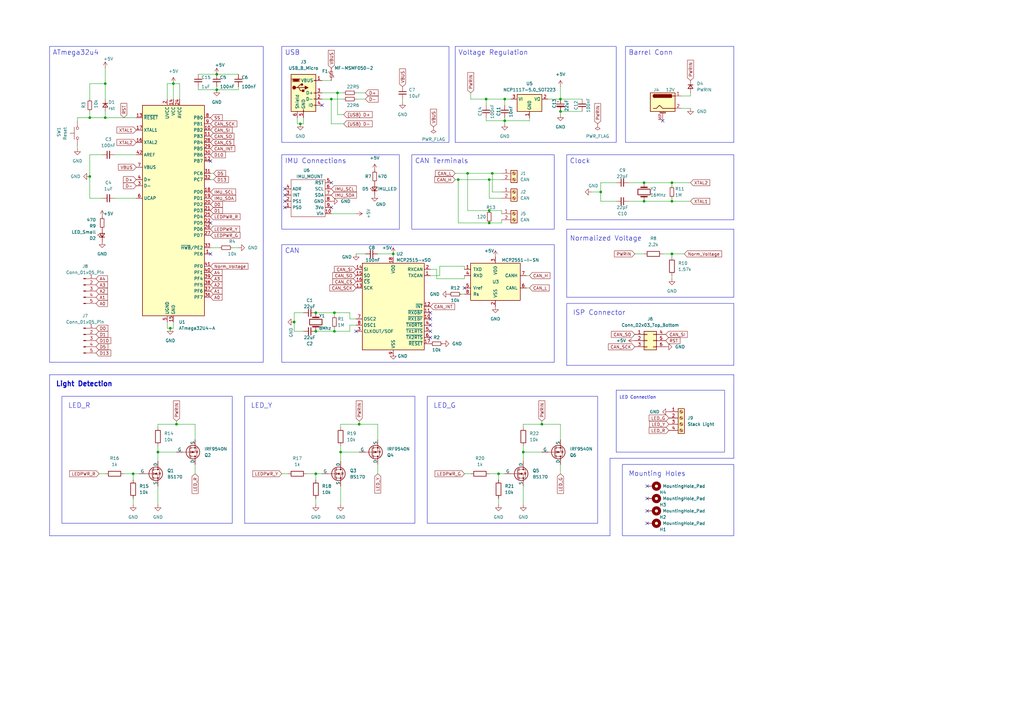
<source format=kicad_sch>
(kicad_sch (version 20230121) (generator eeschema)
  (paper "A3")
  (junction (at 137.16 128.27))
  (junction (at 207.01 49.53))
  (junction (at 191.77 71.12))
  (junction (at 72.39 173.99))
  (junction (at 222.25 173.99))
  (junction (at 199.39 40.64))
  (junction (at 64.77 185.42))
  (junction (at 129.54 135.89))
  (junction (at 36.83 72.39))
  (junction (at 129.54 194.31))
  (junction (at 138.43 38.1))
  (junction (at 200.66 73.66))
  (junction (at 264.16 82.55))
  (junction (at 229.87 45.72))
  (junction (at 161.29 104.14))
  (junction (at 207.01 40.64))
  (junction (at 201.93 71.12))
  (junction (at 264.16 74.93))
  (junction (at 54.61 194.31))
  (junction (at 43.18 34.29))
  (junction (at 229.87 40.64))
  (junction (at 275.59 82.55))
  (junction (at 36.83 48.26))
  (junction (at 120.65 132.08))
  (junction (at 204.47 194.31))
  (junction (at 137.16 135.89))
  (junction (at 88.9 36.83))
  (junction (at 214.63 185.42))
  (junction (at 200.66 86.36))
  (junction (at 88.9 30.48))
  (junction (at 139.7 185.42))
  (junction (at 187.96 73.66))
  (junction (at 69.85 134.62))
  (junction (at 275.59 104.14))
  (junction (at 275.59 74.93))
  (junction (at 129.54 128.27))
  (junction (at 135.89 40.64))
  (junction (at 71.12 34.29))
  (junction (at 200.66 91.44))
  (junction (at 147.32 173.99))
  (junction (at 246.38 78.74))
  (junction (at 43.18 48.26))
  (junction (at 123.19 50.8))
  (no_connect (at 135.89 85.09))
  (no_connect (at 265.43 204.47))
  (no_connect (at 265.43 214.63))
  (no_connect (at 116.84 82.55))
  (no_connect (at 146.05 135.89))
  (no_connect (at 265.43 199.39))
  (no_connect (at 132.08 43.18))
  (no_connect (at 176.53 138.43))
  (no_connect (at 116.84 77.47))
  (no_connect (at 116.84 85.09))
  (no_connect (at 86.36 91.44))
  (no_connect (at 176.53 135.89))
  (no_connect (at 271.78 49.53))
  (no_connect (at 86.36 104.14))
  (no_connect (at 176.53 130.81))
  (no_connect (at 176.53 128.27))
  (no_connect (at 86.36 66.04))
  (no_connect (at 176.53 133.35))
  (no_connect (at 190.5 118.11))
  (no_connect (at 265.43 209.55))
  (no_connect (at 135.89 74.93))
  (no_connect (at 116.84 80.01))
  (wire (pts (xy 271.78 104.14) (xy 275.59 104.14)))
  (wire (pts (xy 125.73 194.31) (xy 129.54 194.31)))
  (wire (pts (xy 64.77 185.42) (xy 64.77 189.23)))
  (wire (pts (xy 207.01 49.53) (xy 207.01 50.8)))
  (wire (pts (xy 224.79 40.64) (xy 229.87 40.64)))
  (wire (pts (xy 193.04 38.1) (xy 193.04 40.64)))
  (wire (pts (xy 200.66 91.44) (xy 205.74 91.44)))
  (wire (pts (xy 87.63 73.66) (xy 86.36 73.66)))
  (wire (pts (xy 199.39 40.64) (xy 199.39 43.18)))
  (wire (pts (xy 132.08 33.02) (xy 135.89 33.02)))
  (wire (pts (xy 143.51 130.81) (xy 146.05 130.81)))
  (wire (pts (xy 43.18 27.94) (xy 43.18 34.29)))
  (polyline (pts (xy 250.19 187.96) (xy 250.19 219.71)))
  (wire (pts (xy 207.01 40.64) (xy 207.01 43.18)))
  (wire (pts (xy 71.12 134.62) (xy 69.85 134.62)))
  (wire (pts (xy 132.08 40.64) (xy 135.89 40.64)))
  (wire (pts (xy 242.57 78.74) (xy 246.38 78.74)))
  (wire (pts (xy 73.66 40.64) (xy 73.66 34.29)))
  (wire (pts (xy 31.75 49.53) (xy 31.75 48.26)))
  (wire (pts (xy 205.74 91.44) (xy 205.74 90.17)))
  (wire (pts (xy 50.8 194.31) (xy 54.61 194.31)))
  (wire (pts (xy 137.16 128.27) (xy 137.16 129.54)))
  (wire (pts (xy 139.7 199.39) (xy 139.7 207.01)))
  (wire (pts (xy 120.65 135.89) (xy 124.46 135.89)))
  (wire (pts (xy 143.51 135.89) (xy 143.51 133.35)))
  (wire (pts (xy 246.38 74.93) (xy 252.73 74.93)))
  (polyline (pts (xy 300.99 153.67) (xy 300.99 187.96)))
  (wire (pts (xy 215.9 113.03) (xy 217.17 113.03)))
  (wire (pts (xy 190.5 109.22) (xy 190.5 110.49)))
  (wire (pts (xy 138.43 38.1) (xy 140.97 38.1)))
  (polyline (pts (xy 20.32 153.67) (xy 300.99 153.67)))
  (wire (pts (xy 115.57 194.31) (xy 118.11 194.31)))
  (wire (pts (xy 283.21 39.37) (xy 283.21 38.1)))
  (wire (pts (xy 81.28 36.83) (xy 88.9 36.83)))
  (wire (pts (xy 205.74 86.36) (xy 205.74 87.63)))
  (wire (pts (xy 229.87 40.64) (xy 238.76 40.64)))
  (wire (pts (xy 279.4 39.37) (xy 283.21 39.37)))
  (wire (pts (xy 95.25 101.6) (xy 97.79 101.6)))
  (wire (pts (xy 68.58 134.62) (xy 69.85 134.62)))
  (wire (pts (xy 138.43 38.1) (xy 138.43 46.99)))
  (wire (pts (xy 201.93 71.12) (xy 201.93 78.74)))
  (wire (pts (xy 72.39 173.99) (xy 80.01 173.99)))
  (wire (pts (xy 54.61 194.31) (xy 54.61 196.85)))
  (wire (pts (xy 36.83 81.28) (xy 41.91 81.28)))
  (wire (pts (xy 68.58 40.64) (xy 68.58 34.29)))
  (wire (pts (xy 129.54 194.31) (xy 129.54 196.85)))
  (wire (pts (xy 246.38 78.74) (xy 246.38 82.55)))
  (wire (pts (xy 68.58 34.29) (xy 71.12 34.29)))
  (wire (pts (xy 161.29 144.78) (xy 161.29 146.05)))
  (wire (pts (xy 200.66 86.36) (xy 205.74 86.36)))
  (wire (pts (xy 143.51 133.35) (xy 146.05 133.35)))
  (wire (pts (xy 275.59 81.28) (xy 275.59 82.55)))
  (wire (pts (xy 124.46 48.26) (xy 124.46 50.8)))
  (wire (pts (xy 200.66 81.28) (xy 205.74 81.28)))
  (wire (pts (xy 275.59 113.03) (xy 275.59 114.3)))
  (wire (pts (xy 154.94 173.99) (xy 154.94 180.34)))
  (wire (pts (xy 135.89 87.63) (xy 146.05 87.63)))
  (wire (pts (xy 43.18 34.29) (xy 43.18 40.64)))
  (wire (pts (xy 147.32 173.99) (xy 147.32 172.72)))
  (wire (pts (xy 36.83 34.29) (xy 43.18 34.29)))
  (wire (pts (xy 229.87 45.72) (xy 238.76 45.72)))
  (wire (pts (xy 207.01 40.64) (xy 209.55 40.64)))
  (wire (pts (xy 154.94 190.5) (xy 154.94 194.31)))
  (wire (pts (xy 214.63 185.42) (xy 214.63 189.23)))
  (wire (pts (xy 161.29 104.14) (xy 161.29 105.41)))
  (wire (pts (xy 64.77 199.39) (xy 64.77 207.01)))
  (wire (pts (xy 68.58 132.08) (xy 68.58 134.62)))
  (wire (pts (xy 64.77 173.99) (xy 72.39 173.99)))
  (wire (pts (xy 146.05 38.1) (xy 149.86 38.1)))
  (wire (pts (xy 257.81 74.93) (xy 264.16 74.93)))
  (wire (pts (xy 71.12 34.29) (xy 71.12 40.64)))
  (wire (pts (xy 137.16 128.27) (xy 143.51 128.27)))
  (wire (pts (xy 139.7 185.42) (xy 139.7 182.88)))
  (wire (pts (xy 146.05 40.64) (xy 149.86 40.64)))
  (wire (pts (xy 193.04 40.64) (xy 199.39 40.64)))
  (wire (pts (xy 132.08 38.1) (xy 138.43 38.1)))
  (wire (pts (xy 154.94 104.14) (xy 161.29 104.14)))
  (wire (pts (xy 80.01 173.99) (xy 80.01 180.34)))
  (wire (pts (xy 129.54 135.89) (xy 137.16 135.89)))
  (polyline (pts (xy 300.99 187.96) (xy 250.19 187.96)))
  (wire (pts (xy 214.63 185.42) (xy 222.25 185.42)))
  (wire (pts (xy 120.65 128.27) (xy 124.46 128.27)))
  (wire (pts (xy 88.9 35.56) (xy 88.9 36.83)))
  (wire (pts (xy 180.34 109.22) (xy 180.34 113.03)))
  (wire (pts (xy 180.34 109.22) (xy 190.5 109.22)))
  (wire (pts (xy 165.1 41.91) (xy 165.1 40.64)))
  (wire (pts (xy 71.12 132.08) (xy 71.12 134.62)))
  (wire (pts (xy 279.4 44.45) (xy 283.21 44.45)))
  (wire (pts (xy 87.63 71.12) (xy 86.36 71.12)))
  (wire (pts (xy 199.39 48.26) (xy 199.39 49.53)))
  (wire (pts (xy 217.17 49.53) (xy 207.01 49.53)))
  (wire (pts (xy 88.9 36.83) (xy 97.79 36.83)))
  (wire (pts (xy 135.89 40.64) (xy 135.89 50.8)))
  (wire (pts (xy 81.28 36.83) (xy 81.28 35.56)))
  (wire (pts (xy 129.54 204.47) (xy 129.54 207.01)))
  (wire (pts (xy 257.81 82.55) (xy 264.16 82.55)))
  (wire (pts (xy 43.18 48.26) (xy 55.88 48.26)))
  (wire (pts (xy 137.16 134.62) (xy 137.16 135.89)))
  (wire (pts (xy 190.5 194.31) (xy 193.04 194.31)))
  (wire (pts (xy 179.07 114.3) (xy 190.5 114.3)))
  (wire (pts (xy 190.5 120.65) (xy 189.23 120.65)))
  (wire (pts (xy 222.25 173.99) (xy 222.25 172.72)))
  (wire (pts (xy 204.47 194.31) (xy 204.47 196.85)))
  (wire (pts (xy 143.51 128.27) (xy 143.51 130.81)))
  (wire (pts (xy 204.47 204.47) (xy 204.47 207.01)))
  (wire (pts (xy 214.63 185.42) (xy 214.63 182.88)))
  (wire (pts (xy 41.91 63.5) (xy 36.83 63.5)))
  (wire (pts (xy 229.87 45.72) (xy 229.87 46.99)))
  (wire (pts (xy 199.39 49.53) (xy 207.01 49.53)))
  (wire (pts (xy 200.66 91.44) (xy 187.96 91.44)))
  (wire (pts (xy 121.92 50.8) (xy 123.19 50.8)))
  (wire (pts (xy 264.16 82.55) (xy 275.59 82.55)))
  (wire (pts (xy 229.87 35.56) (xy 229.87 40.64)))
  (wire (pts (xy 86.36 101.6) (xy 90.17 101.6)))
  (wire (pts (xy 186.69 73.66) (xy 187.96 73.66)))
  (wire (pts (xy 46.99 81.28) (xy 55.88 81.28)))
  (wire (pts (xy 229.87 173.99) (xy 229.87 180.34)))
  (wire (pts (xy 64.77 185.42) (xy 72.39 185.42)))
  (wire (pts (xy 147.32 173.99) (xy 154.94 173.99)))
  (wire (pts (xy 199.39 40.64) (xy 207.01 40.64)))
  (wire (pts (xy 123.19 50.8) (xy 124.46 50.8)))
  (wire (pts (xy 36.83 63.5) (xy 36.83 72.39)))
  (polyline (pts (xy 20.32 219.71) (xy 20.32 153.67)))
  (wire (pts (xy 73.66 34.29) (xy 71.12 34.29)))
  (wire (pts (xy 36.83 45.72) (xy 36.83 48.26)))
  (wire (pts (xy 138.43 46.99) (xy 140.97 46.99)))
  (wire (pts (xy 36.83 72.39) (xy 36.83 81.28)))
  (wire (pts (xy 120.65 132.08) (xy 120.65 128.27)))
  (wire (pts (xy 229.87 190.5) (xy 229.87 194.31)))
  (wire (pts (xy 55.88 63.5) (xy 46.99 63.5)))
  (wire (pts (xy 264.16 74.93) (xy 275.59 74.93)))
  (wire (pts (xy 36.83 40.64) (xy 36.83 34.29)))
  (wire (pts (xy 215.9 118.11) (xy 217.17 118.11)))
  (wire (pts (xy 204.47 194.31) (xy 207.01 194.31)))
  (wire (pts (xy 121.92 48.26) (xy 121.92 50.8)))
  (wire (pts (xy 176.53 110.49) (xy 179.07 110.49)))
  (wire (pts (xy 54.61 204.47) (xy 54.61 207.01)))
  (wire (pts (xy 222.25 173.99) (xy 229.87 173.99)))
  (wire (pts (xy 217.17 48.26) (xy 217.17 49.53)))
  (wire (pts (xy 36.83 48.26) (xy 43.18 48.26)))
  (wire (pts (xy 146.05 104.14) (xy 149.86 104.14)))
  (wire (pts (xy 139.7 185.42) (xy 147.32 185.42)))
  (wire (pts (xy 200.66 73.66) (xy 200.66 81.28)))
  (wire (pts (xy 214.63 173.99) (xy 214.63 175.26)))
  (wire (pts (xy 81.28 30.48) (xy 88.9 30.48)))
  (wire (pts (xy 135.89 40.64) (xy 140.97 40.64)))
  (wire (pts (xy 275.59 82.55) (xy 283.21 82.55)))
  (wire (pts (xy 129.54 128.27) (xy 137.16 128.27)))
  (wire (pts (xy 135.89 50.8) (xy 140.97 50.8)))
  (wire (pts (xy 275.59 104.14) (xy 280.67 104.14)))
  (wire (pts (xy 31.75 48.26) (xy 36.83 48.26)))
  (wire (pts (xy 120.65 132.08) (xy 120.65 135.89)))
  (polyline (pts (xy 250.19 219.71) (xy 20.32 219.71)))
  (wire (pts (xy 275.59 74.93) (xy 275.59 76.2)))
  (wire (pts (xy 64.77 173.99) (xy 64.77 175.26)))
  (wire (pts (xy 88.9 30.48) (xy 97.79 30.48)))
  (wire (pts (xy 214.63 173.99) (xy 222.25 173.99)))
  (wire (pts (xy 201.93 78.74) (xy 205.74 78.74)))
  (wire (pts (xy 187.96 73.66) (xy 200.66 73.66)))
  (wire (pts (xy 187.96 91.44) (xy 187.96 73.66)))
  (wire (pts (xy 64.77 185.42) (xy 64.77 182.88)))
  (wire (pts (xy 40.64 194.31) (xy 43.18 194.31)))
  (wire (pts (xy 54.61 194.31) (xy 57.15 194.31)))
  (wire (pts (xy 200.66 73.66) (xy 205.74 73.66)))
  (wire (pts (xy 72.39 173.99) (xy 72.39 172.72)))
  (wire (pts (xy 139.7 173.99) (xy 139.7 175.26)))
  (wire (pts (xy 179.07 110.49) (xy 179.07 114.3)))
  (wire (pts (xy 186.69 71.12) (xy 191.77 71.12)))
  (wire (pts (xy 129.54 194.31) (xy 132.08 194.31)))
  (wire (pts (xy 275.59 74.93) (xy 283.21 74.93)))
  (wire (pts (xy 246.38 82.55) (xy 252.73 82.55)))
  (wire (pts (xy 97.79 36.83) (xy 97.79 35.56)))
  (wire (pts (xy 201.93 71.12) (xy 205.74 71.12)))
  (wire (pts (xy 191.77 86.36) (xy 191.77 71.12)))
  (wire (pts (xy 275.59 105.41) (xy 275.59 104.14)))
  (wire (pts (xy 260.35 104.14) (xy 264.16 104.14)))
  (wire (pts (xy 43.18 45.72) (xy 43.18 48.26)))
  (wire (pts (xy 200.66 194.31) (xy 204.47 194.31)))
  (wire (pts (xy 139.7 173.99) (xy 147.32 173.99)))
  (wire (pts (xy 139.7 185.42) (xy 139.7 189.23)))
  (wire (pts (xy 80.01 190.5) (xy 80.01 194.31)))
  (wire (pts (xy 31.75 59.69) (xy 31.75 60.96)))
  (wire (pts (xy 214.63 199.39) (xy 214.63 207.01)))
  (wire (pts (xy 200.66 86.36) (xy 191.77 86.36)))
  (wire (pts (xy 137.16 135.89) (xy 143.51 135.89)))
  (wire (pts (xy 190.5 114.3) (xy 190.5 113.03)))
  (wire (pts (xy 176.53 113.03) (xy 180.34 113.03)))
  (wire (pts (xy 246.38 78.74) (xy 246.38 74.93)))
  (wire (pts (xy 191.77 71.12) (xy 201.93 71.12)))
  (wire (pts (xy 207.01 48.26) (xy 207.01 49.53)))
  (rectangle (start 168.91 63.5) (end 227.33 93.98))
  (rectangle (start 256.54 19.05) (end 300.99 58.42))
  (rectangle (start 232.41 63.5) (end 300.99 90.17))
  (rectangle (start 232.41 124.46) (end 300.99 149.86))
  (rectangle (start 20.32 19.05) (end 107.95 148.59))
  (rectangle (start 100.33 162.56) (end 170.18 214.63))
  (rectangle (start 175.26 162.56) (end 245.11 214.63))
  (rectangle (start 255.27 190.5) (end 300.99 219.71))
  (rectangle (start 115.57 100.33) (end 227.33 148.59))
  (rectangle (start 115.57 19.05) (end 184.15 58.42))
  (rectangle (start 232.41 93.98) (end 300.99 121.92))
  (rectangle (start 25.4 162.56) (end 95.25 214.63))
  (rectangle (start 115.57 63.5) (end 163.83 93.98))
  (rectangle (start 252.73 160.02) (end 297.18 185.42))
  (rectangle (start 186.69 19.05) (end 252.73 58.42))
  (text "Mounting Holes" (at 257.81 195.58 0) (effects (font (size 2 2)) (justify left bottom)))
  (text "Voltage Regulation" (at 187.96 22.86 0) (effects (font (size 2 2)) (justify left bottom)))
  (text "CAN" (at 116.84 104.14 0) (effects (font (size 2 2)) (justify left bottom)))
  (text "CAN Terminals" (at 170.18 67.31 0) (effects (font (size 2 2)) (justify left bottom)))
  (text "USB\n" (at 116.84 22.86 0) (effects (font (size 2 2)) (justify left bottom)))
  (text "Light Detection " (at 22.86 158.75 0) (effects (font (size 2 2) (thickness 0.4) bold) (justify left bottom)))
  (text "Barrel Conn\n" (at 257.81 22.86 0) (effects (font (size 2 2)) (justify left bottom)))
  (text "LED_R" (at 27.94 167.64 0) (effects (font (size 2 2)) (justify left bottom)))
  (text "Normalized Voltage" (at 233.68 99.06 0) (effects (font (size 2 2)) (justify left bottom)))
  (text "ISP Connector\n" (at 234.95 129.54 0) (effects (font (size 2 2)) (justify left bottom)))
  (text "IMU Connections\n" (at 116.84 67.31 0) (effects (font (size 2 2)) (justify left bottom)))
  (text "Clock\n" (at 233.68 67.31 0) (effects (font (size 2 2)) (justify left bottom)))
  (text "LED Connection" (at 254 163.83 0) (effects (font (size 1.27 1.27)) (justify left bottom)))
  (text "LED_G" (at 177.8 167.64 0) (effects (font (size 2 2)) (justify left bottom)))
  (text "LED_Y" (at 102.87 167.64 0) (effects (font (size 2 2)) (justify left bottom)))
  (text "ATmega32u4\n" (at 21.59 22.86 0) (effects (font (size 2 2)) (justify left bottom)))
  (global_label "D+" (shape input) (at 55.88 73.66 180) (property "Intersheetrefs" "${INTERSHEET_REFS}" (at 50.0524 73.66 0) (effects (justify right))))
  (global_label "A1" (shape input) (at 86.36 119.38 0) (property "Intersheetrefs" "${INTERSHEET_REFS}" (at 91.6433 119.38 0) (effects (justify left))))
  (global_label "CAN_SO" (shape input) (at 146.05 113.03 180) (property "Intersheetrefs" "${INTERSHEET_REFS}" (at 135.8681 113.03 0) (effects (justify right))))
  (global_label "LED_Y" (shape input) (at 154.94 194.31 270) (property "Intersheetrefs" "${INTERSHEET_REFS}" (at 154.94 202.7985 90) (effects (justify right))))
  (global_label "LED_G" (shape input) (at 274.32 171.45 180) (property "Intersheetrefs" "${INTERSHEET_REFS}" (at 265.6501 171.45 0) (effects (justify right))))
  (global_label "PWRIN" (shape input) (at 222.25 172.72 90) (property "Intersheetrefs" "${INTERSHEET_REFS}" (at 222.25 163.8081 90) (effects (justify left))))
  (global_label "CAN_SI" (shape input) (at 86.36 53.34 0) (property "Intersheetrefs" "${INTERSHEET_REFS}" (at 95.8162 53.34 0) (effects (justify left))))
  (global_label "A2" (shape input) (at 86.36 116.84 0) (property "Intersheetrefs" "${INTERSHEET_REFS}" (at 91.6433 116.84 0) (effects (justify left))))
  (global_label "PWRIN" (shape input) (at 147.32 172.72 90) (property "Intersheetrefs" "${INTERSHEET_REFS}" (at 147.32 163.8081 90) (effects (justify left))))
  (global_label "LED_G" (shape input) (at 229.87 194.31 270) (property "Intersheetrefs" "${INTERSHEET_REFS}" (at 229.87 202.9799 90) (effects (justify right))))
  (global_label "IMU_SCL" (shape input) (at 135.89 77.47 0) (property "Intersheetrefs" "${INTERSHEET_REFS}" (at 146.7371 77.47 0) (effects (justify left))))
  (global_label "CAN_SO" (shape input) (at 86.36 55.88 0) (property "Intersheetrefs" "${INTERSHEET_REFS}" (at 96.5419 55.88 0) (effects (justify left))))
  (global_label "D10" (shape input) (at 39.37 139.7 0) (property "Intersheetrefs" "${INTERSHEET_REFS}" (at 46.0442 139.7 0) (effects (justify left))))
  (global_label "(USB) D+" (shape input) (at 140.97 46.99 0) (property "Intersheetrefs" "${INTERSHEET_REFS}" (at 153.2686 46.99 0) (effects (justify left))))
  (global_label "A1" (shape input) (at 39.37 121.92 0) (property "Intersheetrefs" "${INTERSHEET_REFS}" (at 44.6533 121.92 0) (effects (justify left))))
  (global_label "IMU_SDA" (shape input) (at 86.36 81.28 0) (property "Intersheetrefs" "${INTERSHEET_REFS}" (at 97.2676 81.28 0) (effects (justify left))))
  (global_label "CAN_INT" (shape input) (at 86.36 60.96 0) (property "Intersheetrefs" "${INTERSHEET_REFS}" (at 96.9048 60.96 0) (effects (justify left))))
  (global_label "SS" (shape input) (at 86.36 48.26 0) (property "Intersheetrefs" "${INTERSHEET_REFS}" (at 91.7642 48.26 0) (effects (justify left))))
  (global_label "A0" (shape input) (at 86.36 121.92 0) (property "Intersheetrefs" "${INTERSHEET_REFS}" (at 91.6433 121.92 0) (effects (justify left))))
  (global_label "LEDPWR_G" (shape input) (at 86.36 96.52 0) (property "Intersheetrefs" "${INTERSHEET_REFS}" (at 99.0213 96.52 0) (effects (justify left))))
  (global_label "LED_R" (shape input) (at 80.01 194.31 270) (property "Intersheetrefs" "${INTERSHEET_REFS}" (at 80.01 202.9799 90) (effects (justify right))))
  (global_label "LEDPWR_Y" (shape input) (at 115.57 194.31 180) (property "Intersheetrefs" "${INTERSHEET_REFS}" (at 103.0901 194.31 0) (effects (justify right))))
  (global_label "D0" (shape input) (at 86.36 83.82 0) (property "Intersheetrefs" "${INTERSHEET_REFS}" (at 91.8247 83.82 0) (effects (justify left))))
  (global_label "VBUS" (shape input) (at 165.1 35.56 90) (property "Intersheetrefs" "${INTERSHEET_REFS}" (at 165.1 27.6762 90) (effects (justify left))))
  (global_label "D13" (shape input) (at 39.37 144.78 0) (property "Intersheetrefs" "${INTERSHEET_REFS}" (at 46.0442 144.78 0) (effects (justify left))))
  (global_label "D1" (shape input) (at 39.37 137.16 0) (property "Intersheetrefs" "${INTERSHEET_REFS}" (at 44.8347 137.16 0) (effects (justify left))))
  (global_label "CAN_SCK" (shape input) (at 146.05 118.11 180) (property "Intersheetrefs" "${INTERSHEET_REFS}" (at 134.6586 118.11 0) (effects (justify right))))
  (global_label "D10" (shape input) (at 86.36 63.5 0) (property "Intersheetrefs" "${INTERSHEET_REFS}" (at 93.0342 63.5 0) (effects (justify left))))
  (global_label "D5" (shape input) (at 87.63 71.12 0) (property "Intersheetrefs" "${INTERSHEET_REFS}" (at 93.0947 71.12 0) (effects (justify left))))
  (global_label "IMU_SCL" (shape input) (at 86.36 78.74 0) (property "Intersheetrefs" "${INTERSHEET_REFS}" (at 97.2071 78.74 0) (effects (justify left))))
  (global_label "D13" (shape input) (at 87.63 73.66 0) (property "Intersheetrefs" "${INTERSHEET_REFS}" (at 94.3042 73.66 0) (effects (justify left))))
  (global_label "A3" (shape input) (at 86.36 114.3 0) (property "Intersheetrefs" "${INTERSHEET_REFS}" (at 91.6433 114.3 0) (effects (justify left))))
  (global_label "D-" (shape input) (at 55.88 76.2 180) (property "Intersheetrefs" "${INTERSHEET_REFS}" (at 50.0524 76.2 0) (effects (justify right))))
  (global_label "CAN_SCK" (shape input) (at 260.35 142.24 180) (property "Intersheetrefs" "${INTERSHEET_REFS}" (at 248.9586 142.24 0) (effects (justify right))))
  (global_label "Norm_Voltage" (shape input) (at 280.67 104.14 0) (property "Intersheetrefs" "${INTERSHEET_REFS}" (at 296.5969 104.14 0) (effects (justify left))))
  (global_label "XTAL2" (shape input) (at 283.21 74.93 0) (property "Intersheetrefs" "${INTERSHEET_REFS}" (at 291.6985 74.93 0) (effects (justify left))))
  (global_label "VBUS" (shape input) (at 177.8 52.07 90) (property "Intersheetrefs" "${INTERSHEET_REFS}" (at 177.8 44.1862 90) (effects (justify left))))
  (global_label "XTAL1" (shape input) (at 55.88 53.34 180) (property "Intersheetrefs" "${INTERSHEET_REFS}" (at 47.3915 53.34 0) (effects (justify right))))
  (global_label "RST" (shape input) (at 50.8 48.26 90) (property "Intersheetrefs" "${INTERSHEET_REFS}" (at 50.8 41.8277 90) (effects (justify left))))
  (global_label "PWRIN" (shape input) (at 283.21 33.02 90) (property "Intersheetrefs" "${INTERSHEET_REFS}" (at 283.21 24.1081 90) (effects (justify left))))
  (global_label "CAN_CS" (shape input) (at 146.05 115.57 180) (property "Intersheetrefs" "${INTERSHEET_REFS}" (at 135.9286 115.57 0) (effects (justify right))))
  (global_label "CAN_INT" (shape input) (at 176.53 125.73 0) (property "Intersheetrefs" "${INTERSHEET_REFS}" (at 187.0748 125.73 0) (effects (justify left))))
  (global_label "A0" (shape input) (at 39.37 124.46 0) (property "Intersheetrefs" "${INTERSHEET_REFS}" (at 44.6533 124.46 0) (effects (justify left))))
  (global_label "A3" (shape input) (at 39.37 116.84 0) (property "Intersheetrefs" "${INTERSHEET_REFS}" (at 44.6533 116.84 0) (effects (justify left))))
  (global_label "LEDPWR_Y" (shape input) (at 86.36 93.98 0) (property "Intersheetrefs" "${INTERSHEET_REFS}" (at 98.8399 93.98 0) (effects (justify left))))
  (global_label "LEDPWR_R" (shape input) (at 86.36 88.9 0) (property "Intersheetrefs" "${INTERSHEET_REFS}" (at 99.0213 88.9 0) (effects (justify left))))
  (global_label "CAN_SO" (shape input) (at 260.35 137.16 180) (property "Intersheetrefs" "${INTERSHEET_REFS}" (at 250.1681 137.16 0) (effects (justify right))))
  (global_label "LED_Y" (shape input) (at 274.32 173.99 180) (property "Intersheetrefs" "${INTERSHEET_REFS}" (at 265.8315 173.99 0) (effects (justify right))))
  (global_label "CAN_H" (shape input) (at 186.69 73.66 180) (property "Intersheetrefs" "${INTERSHEET_REFS}" (at 177.7176 73.66 0) (effects (justify right))))
  (global_label "D+" (shape input) (at 149.86 38.1 0) (property "Intersheetrefs" "${INTERSHEET_REFS}" (at 155.6876 38.1 0) (effects (justify left))))
  (global_label "CAN_L" (shape input) (at 217.17 118.11 0) (property "Intersheetrefs" "${INTERSHEET_REFS}" (at 225.84 118.11 0) (effects (justify left))))
  (global_label "PWRIN" (shape input) (at 72.39 172.72 90) (property "Intersheetrefs" "${INTERSHEET_REFS}" (at 72.39 163.8081 90) (effects (justify left))))
  (global_label "CAN_SI" (shape input) (at 146.05 110.49 180) (property "Intersheetrefs" "${INTERSHEET_REFS}" (at 136.5938 110.49 0) (effects (justify right))))
  (global_label "A4" (shape input) (at 86.36 111.76 0) (property "Intersheetrefs" "${INTERSHEET_REFS}" (at 91.6433 111.76 0) (effects (justify left))))
  (global_label "PWRIN" (shape input) (at 193.04 38.1 90) (property "Intersheetrefs" "${INTERSHEET_REFS}" (at 193.04 29.1881 90) (effects (justify left))))
  (global_label "LED_R" (shape input) (at 274.32 176.53 180) (property "Intersheetrefs" "${INTERSHEET_REFS}" (at 265.6501 176.53 0) (effects (justify right))))
  (global_label "CAN_CS" (shape input) (at 86.36 58.42 0) (property "Intersheetrefs" "${INTERSHEET_REFS}" (at 96.4814 58.42 0) (effects (justify left))))
  (global_label "A4" (shape input) (at 39.37 114.3 0) (property "Intersheetrefs" "${INTERSHEET_REFS}" (at 44.6533 114.3 0) (effects (justify left))))
  (global_label "XTAL2" (shape input) (at 55.88 58.42 180) (property "Intersheetrefs" "${INTERSHEET_REFS}" (at 47.3915 58.42 0) (effects (justify right))))
  (global_label "Norm_Voltage" (shape input) (at 86.36 109.22 0) (property "Intersheetrefs" "${INTERSHEET_REFS}" (at 102.2869 109.22 0) (effects (justify left))))
  (global_label "A2" (shape input) (at 39.37 119.38 0) (property "Intersheetrefs" "${INTERSHEET_REFS}" (at 44.6533 119.38 0) (effects (justify left))))
  (global_label "CAN_L" (shape input) (at 186.69 71.12 180) (property "Intersheetrefs" "${INTERSHEET_REFS}" (at 178.02 71.12 0) (effects (justify right))))
  (global_label "D5" (shape input) (at 39.37 142.24 0) (property "Intersheetrefs" "${INTERSHEET_REFS}" (at 44.8347 142.24 0) (effects (justify left))))
  (global_label "XTAL1" (shape input) (at 283.21 82.55 0) (property "Intersheetrefs" "${INTERSHEET_REFS}" (at 291.6985 82.55 0) (effects (justify left))))
  (global_label "PWRIN" (shape input) (at 260.35 104.14 180) (property "Intersheetrefs" "${INTERSHEET_REFS}" (at 251.4381 104.14 0) (effects (justify right))))
  (global_label "IMU_SDA" (shape input) (at 135.89 80.01 0) (property "Intersheetrefs" "${INTERSHEET_REFS}" (at 146.7976 80.01 0) (effects (justify left))))
  (global_label "LEDPWR_G" (shape input) (at 190.5 194.31 180) (property "Intersheetrefs" "${INTERSHEET_REFS}" (at 177.8387 194.31 0) (effects (justify right))))
  (global_label "RST" (shape input) (at 273.05 139.7 0) (property "Intersheetrefs" "${INTERSHEET_REFS}" (at 279.4823 139.7 0) (effects (justify left))))
  (global_label "CAN_SI" (shape input) (at 273.05 137.16 0) (property "Intersheetrefs" "${INTERSHEET_REFS}" (at 282.5062 137.16 0) (effects (justify left))))
  (global_label "CAN_SCK" (shape input) (at 86.36 50.8 0) (property "Intersheetrefs" "${INTERSHEET_REFS}" (at 97.7514 50.8 0) (effects (justify left))))
  (global_label "(USB) D-" (shape input) (at 140.97 50.8 0) (property "Intersheetrefs" "${INTERSHEET_REFS}" (at 153.2686 50.8 0) (effects (justify left))))
  (global_label "VBUS" (shape input) (at 55.88 68.58 180) (property "Intersheetrefs" "${INTERSHEET_REFS}" (at 47.9962 68.58 0) (effects (justify right))))
  (global_label "VBUS" (shape input) (at 135.89 27.94 90) (property "Intersheetrefs" "${INTERSHEET_REFS}" (at 135.89 20.0562 90) (effects (justify left))))
  (global_label "CAN_H" (shape input) (at 217.17 113.03 0) (property "Intersheetrefs" "${INTERSHEET_REFS}" (at 226.1424 113.03 0) (effects (justify left))))
  (global_label "LEDPWR_R" (shape input) (at 40.64 194.31 180) (property "Intersheetrefs" "${INTERSHEET_REFS}" (at 27.9787 194.31 0) (effects (justify right))))
  (global_label "D-" (shape input) (at 149.86 40.64 0) (property "Intersheetrefs" "${INTERSHEET_REFS}" (at 155.6876 40.64 0) (effects (justify left))))
  (global_label "D1" (shape input) (at 86.36 86.36 0) (property "Intersheetrefs" "${INTERSHEET_REFS}" (at 91.8247 86.36 0) (effects (justify left))))
  (global_label "D0" (shape input) (at 39.37 134.62 0) (property "Intersheetrefs" "${INTERSHEET_REFS}" (at 44.8347 134.62 0) (effects (justify left))))
  (global_label "PWRIN" (shape input) (at 245.11 50.8 90) (property "Intersheetrefs" "${INTERSHEET_REFS}" (at 245.11 41.8881 90) (effects (justify left))))
  (symbol (lib_id "power:GND") (at 36.83 72.39 270) (unit 1)
    (property "Reference" "#PWR010" (effects hide))
    (property "Value" "GND" (at 33.02 72.39 90) (effects (justify right)))
  )
  (symbol (lib_id "Connector:Conn_01x05_Pin") (at 34.29 119.38 0) (unit 1)
    (property "Reference" "J8" (at 34.925 109.22 0))
    (property "Value" "Conn_01x05_Pin" (at 34.925 111.76 0))
    (property "Footprint" "Connector_PinHeader_2.54mm:PinHeader_1x05_P2.54mm_Vertical" (effects hide))
  )
  (symbol (lib_id "Device:C_Small") (at 81.28 33.02 0) (unit 1)
    (property "Reference" "C15" (at 82.55 31.75 0) (effects (justify left)))
    (property "Value" "1uF" (at 82.55 35.56 0) (effects (justify left)))
    (property "Footprint" "Capacitor_SMD:C_0805_2012Metric_Pad1.18x1.45mm_HandSolder" (effects hide))
  )
  (symbol (lib_id "Mechanical:MountingHole_Pad") (at 267.97 199.39 270) (unit 1)
    (property "Reference" "H4" (at 270.51 201.93 90) (effects (justify left)))
    (property "Value" "MountingHole_Pad" (at 271.78 199.39 90) (effects (justify left)))
    (property "Footprint" "MountingHole:MountingHole_3.2mm_M3_DIN965_Pad" (effects hide))
  )
  (symbol (lib_id "power:+5V") (at 43.18 27.94 0) (unit 1)
    (property "Reference" "#PWR012" (effects hide))
    (property "Value" "+5V" (at 44.45 24.13 0))
  )
  (symbol (lib_id "Device:C_Small") (at 207.01 45.72 180) (unit 1)
    (property "Reference" "C11" (at 204.47 45.72 90))
    (property "Value" "10nF" (at 209.55 45.72 90))
    (property "Footprint" "Capacitor_SMD:C_0805_2012Metric_Pad1.18x1.45mm_HandSolder" (effects hide))
  )
  (symbol (lib_id "Device:R") (at 214.63 179.07 0) (unit 1)
    (property "Reference" "R22" (at 217.17 177.8 0) (effects (justify left)))
    (property "Value" "10k" (at 217.17 180.34 0) (effects (justify left)))
    (property "Footprint" "Resistor_SMD:R_0805_2012Metric_Pad1.20x1.40mm_HandSolder" (effects hide))
  )
  (symbol (lib_id "Simulation_SPICE:PMOS") (at 152.4 185.42 0) (mirror x) (unit 1)
    (property "Reference" "Q4" (at 158.75 186.69 0) (effects (justify left)))
    (property "Value" "IRF9540N" (at 158.75 184.15 0) (effects (justify left)))
    (property "Footprint" "Package_TO_SOT_THT:TO-220-3_Vertical" (effects hide))
    (property "Datasheet" "https://ngspice.sourceforge.io/docs/ngspice-manual.pdf" (effects hide))
    (property "Sim.Device" "PMOS" (effects hide))
    (property "Sim.Type" "VDMOS" (effects hide))
    (property "Sim.Pins" "1=D 2=G 3=S" (effects hide))
  )
  (symbol (lib_id "power:GND") (at 41.91 99.06 0) (unit 1)
    (property "Reference" "#PWR024" (effects hide))
    (property "Value" "GND" (at 41.91 104.14 0))
  )
  (symbol (lib_id "Simulation_SPICE:NMOS") (at 137.16 194.31 0) (unit 1)
    (property "Reference" "Q3" (at 143.51 193.04 0) (effects (justify left)))
    (property "Value" "BS170" (at 143.51 195.58 0) (effects (justify left)))
    (property "Footprint" "Package_TO_SOT_THT:TO-92_Inline" (effects hide))
    (property "Datasheet" "https://ngspice.sourceforge.io/docs/ngspice-manual.pdf" (effects hide))
    (property "Sim.Device" "NMOS" (effects hide))
    (property "Sim.Type" "VDMOS" (effects hide))
    (property "Sim.Pins" "1=D 2=G 3=S" (effects hide))
  )
  (symbol (lib_id "Device:C_Small") (at 127 128.27 90) (unit 1)
    (property "Reference" "C1" (at 127 123.19 90))
    (property "Value" "22uF" (at 127 125.73 90))
    (property "Footprint" "Capacitor_SMD:C_0805_2012Metric_Pad1.18x1.45mm_HandSolder" (effects hide))
  )
  (symbol (lib_id "Connector:Screw_Terminal_01x02") (at 210.82 87.63 0) (unit 1)
    (property "Reference" "J5" (at 213.36 87.63 0) (effects (justify left)))
    (property "Value" "CAN" (at 213.36 90.17 0) (effects (justify left)))
    (property "Footprint" "TerminalBlock_Phoenix:TerminalBlock_Phoenix_MKDS-1,5-2_1x02_P5.00mm_Horizontal" (effects hide))
  )
  (symbol (lib_id "Device:C_Small") (at 97.79 33.02 0) (unit 1)
    (property "Reference" "C6" (at 99.06 31.75 0) (effects (justify left)))
    (property "Value" "100nF" (at 99.06 35.56 0) (effects (justify left)))
    (property "Footprint" "Capacitor_SMD:C_0805_2012Metric_Pad1.18x1.45mm_HandSolder" (effects hide))
  )
  (symbol (lib_id "power:GND") (at 129.54 207.01 0) (unit 1)
    (property "Reference" "#PWR033" (effects hide))
    (property "Value" "GND" (at 129.54 212.09 0))
  )
  (symbol (lib_id "Device:C_Small") (at 127 135.89 270) (unit 1)
    (property "Reference" "C2" (at 127 140.97 90))
    (property "Value" "22uF" (at 127 138.43 90))
    (property "Footprint" "Capacitor_SMD:C_0805_2012Metric_Pad1.18x1.45mm_HandSolder" (effects hide))
  )
  (symbol (lib_id "power:GND") (at 181.61 140.97 90) (unit 1)
    (property "Reference" "#PWR04" (effects hide))
    (property "Value" "GND" (at 185.42 140.97 90) (effects (justify right)))
  )
  (symbol (lib_id "Device:Polyfuse_Small") (at 135.89 30.48 0) (unit 1)
    (property "Reference" "F1" (at 132.08 29.21 0) (effects (justify left)))
    (property "Value" "MF-MSMF050-2" (at 137.16 27.94 0) (effects (justify left)))
    (property "Footprint" "Fuse:Fuse_1812_4532Metric_Pad1.30x3.40mm_HandSolder" (effects hide))
  )
  (symbol (lib_id "Regulator_Linear:NCP1117-5.0_SOT223") (at 217.17 40.64 0) (unit 1)
    (property "Reference" "U5" (at 217.17 34.29 0))
    (property "Value" "NCP1117-5.0_SOT223" (at 217.17 36.83 0))
    (property "Footprint" "Package_TO_SOT_SMD:SOT-223-3_TabPin2" (effects hide))
    (property "Datasheet" "http://www.onsemi.com/pub_link/Collateral/NCP1117-D.PDF" (effects hide))
  )
  (symbol (lib_id "power:GND") (at 203.2 125.73 0) (unit 1)
    (property "Reference" "#PWR07" (effects hide))
    (property "Value" "GND" (at 203.2 130.81 0))
  )
  (symbol (lib_id "Device:D_Small") (at 283.21 35.56 270) (unit 1)
    (property "Reference" "D4" (at 285.75 34.29 90) (effects (justify left)))
    (property "Value" "PWRIN" (at 285.75 36.83 90) (effects (justify left)))
    (property "Footprint" "Diode_SMD:D_SOD-323" (effects hide))
    (property "Sim.Device" "D" (effects hide))
    (property "Sim.Pins" "1=K 2=A" (effects hide))
  )
  (symbol (lib_id "Device:Crystal") (at 129.54 132.08 90) (unit 1)
    (property "Reference" "Y1" (at 130.81 129.54 90) (effects (justify right)))
    (property "Value" "8Mhz" (at 130.81 134.62 90) (effects (justify right)))
    (property "Footprint" "Crystal:Crystal_HC49-4H_Vertical" (effects hide))
  )
  (symbol (lib_id "Device:C_Small") (at 44.45 81.28 90) (unit 1)
    (property "Reference" "C4" (at 44.4563 74.93 90))
    (property "Value" "1uF" (at 44.4563 77.47 90))
    (property "Footprint" "Capacitor_SMD:C_0805_2012Metric_Pad1.18x1.45mm_HandSolder" (effects hide))
  )
  (symbol (lib_id "power:GND") (at 123.19 50.8 0) (unit 1)
    (property "Reference" "#PWR015" (effects hide))
    (property "Value" "GND" (at 123.19 55.88 0))
  )
  (symbol (lib_id "Connector:Barrel_Jack_MountingPin") (at 271.78 41.91 0) (unit 1)
    (property "Reference" "J4" (at 267.97 36.83 0) (effects (justify left)))
    (property "Value" "12V" (at 273.05 36.83 0) (effects (justify left)))
    (property "Footprint" "Connector_BarrelJack:BarrelJack_Horizontal" (effects hide))
  )
  (symbol (lib_id "power:GND") (at 97.79 101.6 90) (unit 1)
    (property "Reference" "#PWR014" (effects hide))
    (property "Value" "GND" (at 101.6 101.6 90) (effects (justify right)))
  )
  (symbol (lib_id "Interface_CAN_LIN:MCP2515-xSO") (at 161.29 125.73 0) (unit 1)
    (property "Reference" "U2" (at 162.56 104.14 0) (effects (justify left)))
    (property "Value" "MCP2515-xSO" (at 162.56 106.68 0) (effects (justify left)))
    (property "Footprint" "Package_SO:SOIC-18W_7.5x11.6mm_P1.27mm" (effects hide))
    (property "Datasheet" "http://ww1.microchip.com/downloads/en/DeviceDoc/21801e.pdf" (effects hide))
  )
  (symbol (lib_id "Connector:Conn_01x05_Pin") (at 34.29 139.7 0) (unit 1)
    (property "Reference" "J7" (at 34.925 129.54 0))
    (property "Value" "Conn_01x05_Pin" (at 34.925 132.08 0))
    (property "Footprint" "Connector_PinHeader_2.54mm:PinHeader_1x05_P2.54mm_Vertical" (effects hide))
  )
  (symbol (lib_id "Connector:Screw_Terminal_01x02") (at 210.82 71.12 0) (unit 1)
    (property "Reference" "J1" (at 213.36 71.12 0) (effects (justify left)))
    (property "Value" "CAN" (at 213.36 73.66 0) (effects (justify left)))
    (property "Footprint" "TerminalBlock_Phoenix:TerminalBlock_Phoenix_MKDS-1,5-2_1x02_P5.00mm_Horizontal" (effects hide))
  )
  (symbol (lib_id "power:PWR_FLAG") (at 177.8 52.07 180) (unit 1)
    (property "Reference" "#FLG02" (effects hide))
    (property "Value" "PWR_FLAG" (at 177.8 57.15 0))
  )
  (symbol (lib_id "Device:R_Small") (at 143.51 40.64 270) (unit 1)
    (property "Reference" "R6" (at 146.05 43.18 90))
    (property "Value" "22" (at 143.51 43.18 90))
    (property "Footprint" "Resistor_SMD:R_0805_2012Metric_Pad1.20x1.40mm_HandSolder" (effects hide))
  )
  (symbol (lib_id "Device:R") (at 267.97 104.14 90) (unit 1)
    (property "Reference" "R8" (at 267.97 97.79 90))
    (property "Value" "2.2k" (at 267.97 100.33 90))
    (property "Footprint" "Resistor_SMD:R_0805_2012Metric_Pad1.20x1.40mm_HandSolder" (effects hide))
  )
  (symbol (lib_id "Mechanical:MountingHole_Pad") (at 267.97 209.55 270) (unit 1)
    (property "Reference" "H2" (at 270.51 212.09 90) (effects (justify left)))
    (property "Value" "MountingHole_Pad" (at 271.78 209.55 90) (effects (justify left)))
    (property "Footprint" "MountingHole:MountingHole_3.2mm_M3_DIN965_Pad" (effects hide))
  )
  (symbol (lib_id "power:GND") (at 283.21 44.45 0) (unit 1)
    (property "Reference" "#PWR028" (effects hide))
    (property "Value" "GND" (at 285.75 45.72 0) (effects (justify left)))
  )
  (symbol (lib_id "Device:R_Small") (at 179.07 140.97 270) (unit 1)
    (property "Reference" "R2" (at 179.07 138.43 90))
    (property "Value" "10k" (at 179.07 143.51 90))
    (property "Footprint" "Resistor_SMD:R_0805_2012Metric_Pad1.20x1.40mm_HandSolder" (effects hide))
  )
  (symbol (lib_id "Device:R_Small") (at 137.16 132.08 0) (unit 1)
    (property "Reference" "R1" (at 138.43 130.81 0) (effects (justify left)))
    (property "Value" "1M" (at 138.43 133.35 0) (effects (justify left)))
    (property "Footprint" "Resistor_SMD:R_0805_2012Metric_Pad1.20x1.40mm_HandSolder" (effects hide))
  )
  (symbol (lib_id "power:GND") (at 207.01 50.8 0) (unit 1)
    (property "Reference" "#PWR021" (effects hide))
    (property "Value" "GND" (at 207.01 55.88 0))
  )
  (symbol (lib_id "power:GND") (at 139.7 207.01 0) (unit 1)
    (property "Reference" "#PWR036" (effects hide))
    (property "Value" "GND" (at 139.7 212.09 0))
  )
  (symbol (lib_id "Device:C_Small") (at 255.27 82.55 270) (unit 1)
    (property "Reference" "C10" (at 255.27 87.63 90))
    (property "Value" "22pF" (at 255.27 85.09 90))
    (property "Footprint" "Capacitor_SMD:C_0805_2012Metric_Pad1.18x1.45mm_HandSolder" (effects hide))
  )
  (symbol (lib_id "Device:C_Small") (at 152.4 104.14 270) (unit 1)
    (property "Reference" "C8" (at 151.13 101.6 90) (effects (justify left)))
    (property "Value" "100nF" (at 149.86 106.68 90) (effects (justify left)))
    (property "Footprint" "Capacitor_SMD:C_0805_2012Metric_Pad1.18x1.45mm_HandSolder" (effects hide))
  )
  (symbol (lib_id "power:+5V") (at 71.12 34.29 0) (unit 1)
    (property "Reference" "#PWR08" (effects hide))
    (property "Value" "+5V" (at 71.12 29.21 0))
  )
  (symbol (lib_id "power:GND") (at 69.85 134.62 0) (unit 1)
    (property "Reference" "#PWR09" (effects hide))
    (property "Value" "GND" (at 69.85 139.7 0))
  )
  (symbol (lib_id "power:GND") (at 273.05 142.24 90) (unit 1)
    (property "Reference" "#PWR032" (effects hide))
    (property "Value" "GND" (at 276.86 142.24 90) (effects (justify right)))
  )
  (symbol (lib_id "Device:Crystal") (at 264.16 78.74 90) (unit 1)
    (property "Reference" "Y2" (at 266.7 77.47 90) (effects (justify right)))
    (property "Value" "16MHz" (at 266.7 80.01 90) (effects (justify right)))
    (property "Footprint" "Crystal:Crystal_HC49-4H_Vertical" (effects hide))
  )
  (symbol (lib_id "Device:R_Small") (at 92.71 101.6 90) (unit 1)
    (property "Reference" "R4" (at 95.25 99.06 90))
    (property "Value" "10k" (at 95.25 104.14 90))
    (property "Footprint" "Resistor_SMD:R_0805_2012Metric_Pad1.20x1.40mm_HandSolder" (effects hide))
  )
  (symbol (lib_id "power:GND") (at 64.77 207.01 0) (unit 1)
    (property "Reference" "#PWR035" (effects hide))
    (property "Value" "GND" (at 64.77 212.09 0))
  )
  (symbol (lib_id "Simulation_SPICE:PMOS") (at 227.33 185.42 0) (mirror x) (unit 1)
    (property "Reference" "Q6" (at 233.68 186.69 0) (effects (justify left)))
    (property "Value" "IRF9540N" (at 233.68 184.15 0) (effects (justify left)))
    (property "Footprint" "Package_TO_SOT_THT:TO-220-3_Vertical" (effects hide))
    (property "Datasheet" "https://ngspice.sourceforge.io/docs/ngspice-manual.pdf" (effects hide))
    (property "Sim.Device" "PMOS" (effects hide))
    (property "Sim.Type" "VDMOS" (effects hide))
    (property "Sim.Pins" "1=D 2=G 3=S" (effects hide))
  )
  (symbol (lib_id "Device:R_Small") (at 275.59 78.74 0) (unit 1)
    (property "Reference" "R11" (at 276.86 77.47 0) (effects (justify left)))
    (property "Value" "1M" (at 276.86 80.01 0) (effects (justify left)))
    (property "Footprint" "Resistor_SMD:R_0805_2012Metric_Pad1.20x1.40mm_HandSolder" (effects hide))
  )
  (symbol (lib_id "power:GND") (at 274.32 168.91 270) (unit 1)
    (property "Reference" "#PWR039" (effects hide))
    (property "Value" "GND" (at 270.51 168.91 90) (effects (justify right)))
  )
  (symbol (lib_id "Device:R") (at 139.7 179.07 0) (unit 1)
    (property "Reference" "R19" (at 142.24 177.8 0) (effects (justify left)))
    (property "Value" "10k" (at 142.24 180.34 0) (effects (justify left)))
    (property "Footprint" "Resistor_SMD:R_0805_2012Metric_Pad1.20x1.40mm_HandSolder" (effects hide))
  )
  (symbol (lib_id "Mechanical:MountingHole_Pad") (at 267.97 214.63 270) (unit 1)
    (property "Reference" "H1" (at 270.51 217.17 90) (effects (justify left)))
    (property "Value" "MountingHole_Pad" (at 271.78 214.63 90) (effects (justify left)))
    (property "Footprint" "MountingHole:MountingHole_3.2mm_M3_DIN965_Pad" (effects hide))
  )
  (symbol (lib_id "Interface_CAN_LIN:MCP2551-I-SN") (at 203.2 115.57 0) (unit 1)
    (property "Reference" "U3" (at 201.93 115.57 0) (effects (justify left)))
    (property "Value" "MCP2551-I-SN" (at 205.74 106.68 0) (effects (justify left)))
    (property "Footprint" "Package_SO:SOIC-8_3.9x4.9mm_P1.27mm" (effects hide))
    (property "Datasheet" "http://ww1.microchip.com/downloads/en/devicedoc/21667d.pdf" (effects hide))
  )
  (symbol (lib_id "Device:R_Small") (at 143.51 38.1 90) (unit 1)
    (property "Reference" "R5" (at 146.05 35.56 90))
    (property "Value" "22" (at 143.51 35.56 90))
    (property "Footprint" "Resistor_SMD:R_0805_2012Metric_Pad1.20x1.40mm_HandSolder" (effects hide))
  )
  (symbol (lib_id "Mechanical:MountingHole_Pad") (at 267.97 204.47 270) (unit 1)
    (property "Reference" "H3" (at 270.51 207.01 90) (effects (justify left)))
    (property "Value" "MountingHole_Pad" (at 271.78 204.47 90) (effects (justify left)))
    (property "Footprint" "MountingHole:MountingHole_3.2mm_M3_DIN965_Pad" (effects hide))
  )
  (symbol (lib_id "Device:R") (at 275.59 109.22 180) (unit 1)
    (property "Reference" "R10" (at 278.13 107.95 0) (effects (justify right)))
    (property "Value" "1.57k" (at 278.13 110.49 0) (effects (justify right)))
    (property "Footprint" "Resistor_SMD:R_0805_2012Metric_Pad1.20x1.40mm_HandSolder" (effects hide))
  )
  (symbol (lib_id "MCU_Microchip_ATmega:ATmega32U4-A") (at 71.12 86.36 0) (unit 1)
    (property "Reference" "U1" (at 73.3141 132.08 0) (effects (justify left)))
    (property "Value" "ATmega32U4-A" (at 73.3141 134.62 0) (effects (justify left)))
    (property "Footprint" "Package_QFP:TQFP-44_10x10mm_P0.8mm" (effects hide))
    (property "Datasheet" "http://ww1.microchip.com/downloads/en/DeviceDoc/Atmel-7766-8-bit-AVR-ATmega16U4-32U4_Datasheet.pdf" (effects hide))
  )
  (symbol (lib_id "Connector:Screw_Terminal_01x02") (at 210.82 78.74 0) (unit 1)
    (property "Reference" "J2" (at 213.36 78.74 0) (effects (justify left)))
    (property "Value" "CAN" (at 213.36 81.28 0) (effects (justify left)))
    (property "Footprint" "TerminalBlock_Phoenix:TerminalBlock_Phoenix_MKDS-1,5-2_1x02_P5.00mm_Horizontal" (effects hide))
  )
  (symbol (lib_id "Device:R_Small") (at 36.83 43.18 180) (unit 1)
    (property "Reference" "R3" (at 34.29 44.45 90) (effects (justify right)))
    (property "Value" "10k" (at 39.37 44.45 90) (effects (justify right)))
    (property "Footprint" "Resistor_SMD:R_0805_2012Metric_Pad1.20x1.40mm_HandSolder" (effects hide))
  )
  (symbol (lib_id "Device:LED_Small") (at 153.67 77.47 90) (unit 1)
    (property "Reference" "D5" (at 149.86 77.47 90))
    (property "Value" "IMU_LED" (at 158.75 77.47 90))
    (property "Footprint" "LED_SMD:LED_0805_2012Metric_Pad1.15x1.40mm_HandSolder" (effects hide))
  )
  (symbol (lib_id "Device:R_Small") (at 153.67 72.39 0) (unit 1)
    (property "Reference" "R7" (at 152.4 72.39 0) (effects (justify right)))
    (property "Value" "470" (at 158.75 72.39 0) (effects (justify right)))
    (property "Footprint" "Resistor_SMD:R_0805_2012Metric_Pad1.20x1.40mm_HandSolder" (effects hide))
  )
  (symbol (lib_id "Device:R") (at 54.61 200.66 0) (unit 1)
    (property "Reference" "R15" (at 57.15 199.39 0) (effects (justify left)))
    (property "Value" "10k" (at 57.15 201.93 0) (effects (justify left)))
    (property "Footprint" "Resistor_SMD:R_0805_2012Metric_Pad1.20x1.40mm_HandSolder" (effects hide))
  )
  (symbol (lib_id "Connector_Generic:Conn_02x03_Top_Bottom") (at 265.43 139.7 0) (unit 1)
    (property "Reference" "J6" (at 266.7 130.81 0))
    (property "Value" "Conn_02x03_Top_Bottom" (at 266.7 133.35 0))
    (property "Footprint" "Connector_PinHeader_2.54mm:PinHeader_2x03_P2.54mm_Vertical" (effects hide))
  )
  (symbol (lib_id "power:+5V") (at 161.29 104.14 0) (unit 1)
    (property "Reference" "#PWR02" (effects hide))
    (property "Value" "+5V" (at 158.75 101.6 0))
  )
  (symbol (lib_id "Device:R") (at 129.54 200.66 0) (unit 1)
    (property "Reference" "R18" (at 132.08 199.39 0) (effects (justify left)))
    (property "Value" "10k" (at 132.08 201.93 0) (effects (justify left)))
    (property "Footprint" "Resistor_SMD:R_0805_2012Metric_Pad1.20x1.40mm_HandSolder" (effects hide))
  )
  (symbol (lib_id "power:+5V") (at 260.35 139.7 90) (unit 1)
    (property "Reference" "#PWR031" (effects hide))
    (property "Value" "+5V" (at 252.73 139.7 90) (effects (justify right)))
  )
  (symbol (lib_id "power:GND") (at 54.61 207.01 0) (unit 1)
    (property "Reference" "#PWR034" (effects hide))
    (property "Value" "GND" (at 54.61 212.09 0))
  )
  (symbol (lib_id "CustomParts:IMU_MOUNT") (at 110.49 92.71 90) (unit 1)
    (property "Reference" "U6" (at 125.73 69.85 90))
    (property "Value" "IMU_MOUNT" (at 127 72.39 90))
    (property "Footprint" "Custom_Parts:IMU_MOUNT" (effects hide))
  )
  (symbol (lib_id "Device:C_Small") (at 88.9 33.02 0) (unit 1)
    (property "Reference" "C5" (at 90.17 31.75 0) (effects (justify left)))
    (property "Value" "100nF" (at 90.17 35.56 0) (effects (justify left)))
    (property "Footprint" "Capacitor_SMD:C_0805_2012Metric_Pad1.18x1.45mm_HandSolder" (effects hide))
  )
  (symbol (lib_id "Device:R") (at 204.47 200.66 0) (unit 1)
    (property "Reference" "R21" (at 207.01 199.39 0) (effects (justify left)))
    (property "Value" "10k" (at 207.01 201.93 0) (effects (justify left)))
    (property "Footprint" "Resistor_SMD:R_0805_2012Metric_Pad1.20x1.40mm_HandSolder" (effects hide))
  )
  (symbol (lib_id "Device:LED_Small") (at 41.91 96.52 90) (unit 1)
    (property "Reference" "D2" (at 39.37 97.7265 90) (effects (justify left)))
    (property "Value" "LED_Small" (at 39.37 95.1865 90) (effects (justify left)))
    (property "Footprint" "LED_SMD:LED_0805_2012Metric_Pad1.15x1.40mm_HandSolder" (effects hide))
  )
  (symbol (lib_id "Switch:SW_Push") (at 31.75 54.61 90) (unit 1)
    (property "Reference" "SW1" (at 24.13 52.07 0) (effects (justify right)))
    (property "Value" "Reset" (at 26.67 52.07 0) (effects (justify right)))
    (property "Footprint" "Button_Switch_SMD:SW_SPST_TL3342" (effects hide))
  )
  (symbol (lib_id "Device:R") (at 121.92 194.31 90) (unit 1)
    (property "Reference" "R17" (at 121.92 187.96 90))
    (property "Value" "1k" (at 121.92 190.5 90))
    (property "Footprint" "Resistor_SMD:R_0805_2012Metric_Pad1.20x1.40mm_HandSolder" (effects hide))
  )
  (symbol (lib_id "power:+5V") (at 203.2 105.41 0) (unit 1)
    (property "Reference" "#PWR06" (effects hide))
    (property "Value" "+5V" (at 200.66 102.87 0))
  )
  (symbol (lib_id "Device:R_Small") (at 41.91 91.44 0) (unit 1)
    (property "Reference" "R9" (at 39.37 92.71 0) (effects (justify right)))
    (property "Value" "470" (at 39.37 90.17 0) (effects (justify right)))
    (property "Footprint" "Resistor_SMD:R_0805_2012Metric_Pad1.20x1.40mm_HandSolder" (effects hide))
  )
  (symbol (lib_id "Device:C_Small") (at 238.76 43.18 180) (unit 1)
    (property "Reference" "C12" (at 236.22 43.18 90))
    (property "Value" "100nF" (at 241.3 43.18 90))
    (property "Footprint" "Capacitor_SMD:C_0805_2012Metric_Pad1.18x1.45mm_HandSolder" (effects hide))
  )
  (symbol (lib_id "Device:R_Small") (at 186.69 120.65 270) (unit 1)
    (property "Reference" "R12" (at 186.69 118.11 90))
    (property "Value" "10k" (at 186.69 123.19 90))
    (property "Footprint" "Resistor_SMD:R_0805_2012Metric_Pad1.20x1.40mm_HandSolder" (effects hide))
  )
  (symbol (lib_id "power:GND") (at 229.87 46.99 0) (unit 1)
    (property "Reference" "#PWR023" (effects hide))
    (property "Value" "GND" (at 229.87 52.07 0))
  )
  (symbol (lib_id "Simulation_SPICE:PMOS") (at 77.47 185.42 0) (mirror x) (unit 1)
    (property "Reference" "Q2" (at 83.82 186.69 0) (effects (justify left)))
    (property "Value" "IRF9540N" (at 83.82 184.15 0) (effects (justify left)))
    (property "Footprint" "Package_TO_SOT_THT:TO-220-3_Vertical" (effects hide))
    (property "Datasheet" "https://ngspice.sourceforge.io/docs/ngspice-manual.pdf" (effects hide))
    (property "Sim.Device" "PMOS" (effects hide))
    (property "Sim.Type" "VDMOS" (effects hide))
    (property "Sim.Pins" "1=D 2=G 3=S" (effects hide))
  )
  (symbol (lib_id "power:+5V") (at 229.87 35.56 0) (unit 1)
    (property "Reference" "#PWR022" (effects hide))
    (property "Value" "+5V" (at 229.87 30.48 0))
  )
  (symbol (lib_id "power:PWR_FLAG") (at 245.11 50.8 180) (unit 1)
    (property "Reference" "#FLG01" (effects hide))
    (property "Value" "PWR_FLAG" (at 245.11 55.88 0))
  )
  (symbol (lib_id "Device:C_Small") (at 255.27 74.93 90) (unit 1)
    (property "Reference" "C9" (at 255.27 69.85 90))
    (property "Value" "22pF" (at 255.27 72.39 90))
    (property "Footprint" "Capacitor_SMD:C_0805_2012Metric_Pad1.18x1.45mm_HandSolder" (effects hide))
  )
  (symbol (lib_id "power:GND") (at 165.1 41.91 0) (unit 1)
    (property "Reference" "#PWR016" (effects hide))
    (property "Value" "GND" (at 165.1 46.99 0))
  )
  (symbol (lib_id "power:+5V") (at 41.91 88.9 0) (unit 1)
    (property "Reference" "#PWR025" (effects hide))
    (property "Value" "+5V" (at 44.45 87.63 0))
  )
  (symbol (lib_id "power:GND") (at 120.65 132.08 270) (unit 1)
    (property "Reference" "#PWR01" (effects hide))
    (property "Value" "GND" (at 119.38 138.43 0) (effects (justify right)))
  )
  (symbol (lib_id "power:GND") (at 146.05 104.14 0) (unit 1)
    (property "Reference" "#PWR027" (effects hide))
    (property "Value" "GND" (at 142.24 105.41 0))
  )
  (symbol (lib_id "power:GND") (at 242.57 78.74 270) (unit 1)
    (property "Reference" "#PWR017" (effects hide))
    (property "Value" "GND" (at 241.3 76.2 90) (effects (justify left)))
  )
  (symbol (lib_id "power:GND") (at 153.67 80.01 0) (unit 1)
    (property "Reference" "#PWR020" (effects hide))
    (property "Value" "GND" (at 156.21 83.82 0))
  )
  (symbol (lib_id "Connector:Screw_Terminal_01x04") (at 279.4 171.45 0) (unit 1)
    (property "Reference" "J9" (at 281.94 171.45 0) (effects (justify left)))
    (property "Value" "Stack Light" (at 281.94 173.99 0) (effects (justify left)))
    (property "Footprint" "TerminalBlock_Phoenix:TerminalBlock_Phoenix_MKDS-1,5-4_1x04_P5.00mm_Horizontal" (effects hide))
  )
  (symbol (lib_id "power:+5V") (at 146.05 87.63 270) (unit 1)
    (property "Reference" "#PWR019" (effects hide))
    (property "Value" "+5V" (at 151.13 87.63 0))
  )
  (symbol (lib_id "Device:R") (at 46.99 194.31 90) (unit 1)
    (property "Reference" "R16" (at 46.99 187.96 90))
    (property "Value" "1k" (at 46.99 190.5 90))
    (property "Footprint" "Resistor_SMD:R_0805_2012Metric_Pad1.20x1.40mm_HandSolder" (effects hide))
  )
  (symbol (lib_id "Device:C_Small") (at 165.1 38.1 0) (unit 1)
    (property "Reference" "C7" (at 167.64 36.8363 0) (effects (justify left)))
    (property "Value" "10uF" (at 167.64 39.3763 0) (effects (justify left)))
    (property "Footprint" "Capacitor_SMD:C_0805_2012Metric_Pad1.18x1.45mm_HandSolder" (effects hide))
  )
  (symbol (lib_id "Simulation_SPICE:NMOS") (at 62.23 194.31 0) (unit 1)
    (property "Reference" "Q1" (at 68.58 193.04 0) (effects (justify left)))
    (property "Value" "BS170" (at 68.58 195.58 0) (effects (justify left)))
    (property "Footprint" "Package_TO_SOT_THT:TO-92_Inline" (effects hide))
    (property "Datasheet" "https://ngspice.sourceforge.io/docs/ngspice-manual.pdf" (effects hide))
    (property "Sim.Device" "NMOS" (effects hide))
    (property "Sim.Type" "VDMOS" (effects hide))
    (property "Sim.Pins" "1=D 2=G 3=S" (effects hide))
  )
  (symbol (lib_id "Device:R") (at 196.85 194.31 90) (unit 1)
    (property "Reference" "R20" (at 196.85 187.96 90))
    (property "Value" "1k" (at 196.85 190.5 90))
    (property "Footprint" "Resistor_SMD:R_0805_2012Metric_Pad1.20x1.40mm_HandSolder" (effects hide))
  )
  (symbol (lib_id "power:GND") (at 88.9 36.83 0) (unit 1)
    (property "Reference" "#PWR013" (effects hide))
    (property "Value" "GND" (at 88.9 41.91 0))
  )
  (symbol (lib_id "Device:C_Polarized_Small") (at 229.87 43.18 0) (unit 1)
    (property "Reference" "C13" (at 227.33 44.45 90) (effects (justify left)))
    (property "Value" "22uF" (at 232.41 45.72 90) (effects (justify left)))
    (property "Footprint" "AdditionalParts:CAP_WCAP-ASLI_05p0X05p5_WRE" (effects hide))
  )
  (symbol (lib_id "Device:C_Small") (at 44.45 63.5 90) (unit 1)
    (property "Reference" "C3" (at 44.4563 57.15 90))
    (property "Value" "100nF" (at 44.4563 59.69 90))
    (property "Footprint" "Capacitor_SMD:C_0805_2012Metric_Pad1.18x1.45mm_HandSolder" (effects hide))
  )
  (symbol (lib_id "power:GND") (at 214.63 207.01 0) (unit 1)
    (property "Reference" "#PWR038" (effects hide))
    (property "Value" "GND" (at 214.63 212.09 0))
  )
  (symbol (lib_id "power:GND") (at 161.29 144.78 0) (unit 1)
    (property "Reference" "#PWR03" (effects hide))
    (property "Value" "GND" (at 165.1 146.05 0))
  )
  (symbol (lib_id "power:GND") (at 31.75 60.96 0) (unit 1)
    (property "Reference" "#PWR011" (effects hide))
    (property "Value" "GND" (at 31.75 66.04 0))
  )
  (symbol (lib_id "Device:R_Small") (at 200.66 88.9 180) (unit 1)
    (property "Reference" "R13" (at 199.39 85.09 0) (effects (justify right)))
    (property "Value" "120" (at 195.58 88.9 0) (effects (justify right)))
    (property "Footprint" "Resistor_SMD:R_0805_2012Metric_Pad1.20x1.40mm_HandSolder" (effects hide))
  )
  (symbol (lib_id "Simulation_SPICE:NMOS") (at 212.09 194.31 0) (unit 1)
    (property "Reference" "Q5" (at 218.44 193.04 0) (effects (justify left)))
    (property "Value" "BS170" (at 218.44 195.58 0) (effects (justify left)))
    (property "Footprint" "Package_TO_SOT_THT:TO-92_Inline" (effects hide))
    (property "Datasheet" "https://ngspice.sourceforge.io/docs/ngspice-manual.pdf" (effects hide))
    (property "Sim.Device" "NMOS" (effects hide))
    (property "Sim.Type" "VDMOS" (effects hide))
    (property "Sim.Pins" "1=D 2=G 3=S" (effects hide))
  )
  (symbol (lib_id "Device:R") (at 64.77 179.07 0) (unit 1)
    (property "Reference" "R14" (at 67.31 177.8 0) (effects (justify left)))
    (property "Value" "10k" (at 67.31 180.34 0) (effects (justify left)))
    (property "Footprint" "Resistor_SMD:R_0805_2012Metric_Pad1.20x1.40mm_HandSolder" (effects hide))
  )
  (symbol (lib_id "Device:D_Small") (at 43.18 43.18 270) (unit 1)
    (property "Reference" "D1" (at 44.45 41.91 90) (effects (justify left)))
    (property "Value" "rst" (at 44.45 44.45 90) (effects (justify left)))
    (property "Footprint" "Diode_SMD:D_SOD-323" (effects hide))
    (property "Sim.Device" "D" (effects hide))
    (property "Sim.Pins" "1=K 2=A" (effects hide))
  )
  (symbol (lib_id "power:GND") (at 135.89 82.55 90) (unit 1)
    (property "Reference" "#PWR026" (effects hide))
    (property "Value" "GND" (at 139.7 82.55 90) (effects (justify right)))
  )
  (symbol (lib_id "power:GND") (at 275.59 114.3 0) (unit 1)
    (property "Reference" "#PWR029" (effects hide))
    (property "Value" "GND" (at 275.59 119.38 0))
  )
  (symbol (lib_id "Connector:USB_B_Micro") (at 124.46 38.1 0) (unit 1)
    (property "Reference" "J3" (at 124.46 25.4 0))
    (property "Value" "USB_B_Micro" (at 124.46 27.94 0))
    (property "Footprint" "Connector_USB:USB_Micro-B_Amphenol_10118194_Horizontal" (effects hide))
  )
  (symbol (lib_id "power:GND") (at 184.15 120.65 270) (unit 1)
    (property "Reference" "#PWR05" (effects hide))
    (property "Value" "GND" (at 180.34 120.65 90) (effects (justify right)))
  )
  (symbol (lib_id "Device:C_Small") (at 199.39 45.72 180) (unit 1)
    (property "Reference" "C14" (at 196.85 45.72 90))
    (property "Value" "100nF" (at 201.93 45.72 90))
    (property "Footprint" "Capacitor_SMD:C_0805_2012Metric_Pad1.18x1.45mm_HandSolder" (effects hide))
  )
  (symbol (lib_id "power:+5V") (at 153.67 69.85 0) (unit 1)
    (property "Reference" "#PWR018" (effects hide))
    (property "Value" "+5V" (at 153.67 64.77 0))
  )
  (symbol (lib_id "power:GND") (at 204.47 207.01 0) (unit 1)
    (property "Reference" "#PWR037" (effects hide))
    (property "Value" "GND" (at 204.47 212.09 0))
  )
  (symbol (lib_id "power:+5V") (at 88.9 30.48 0) (unit 1)
    (property "Reference" "#PWR030" (effects hide))
    (property "Value" "+5V" (at 90.17 26.67 0))
  )
)
</source>
